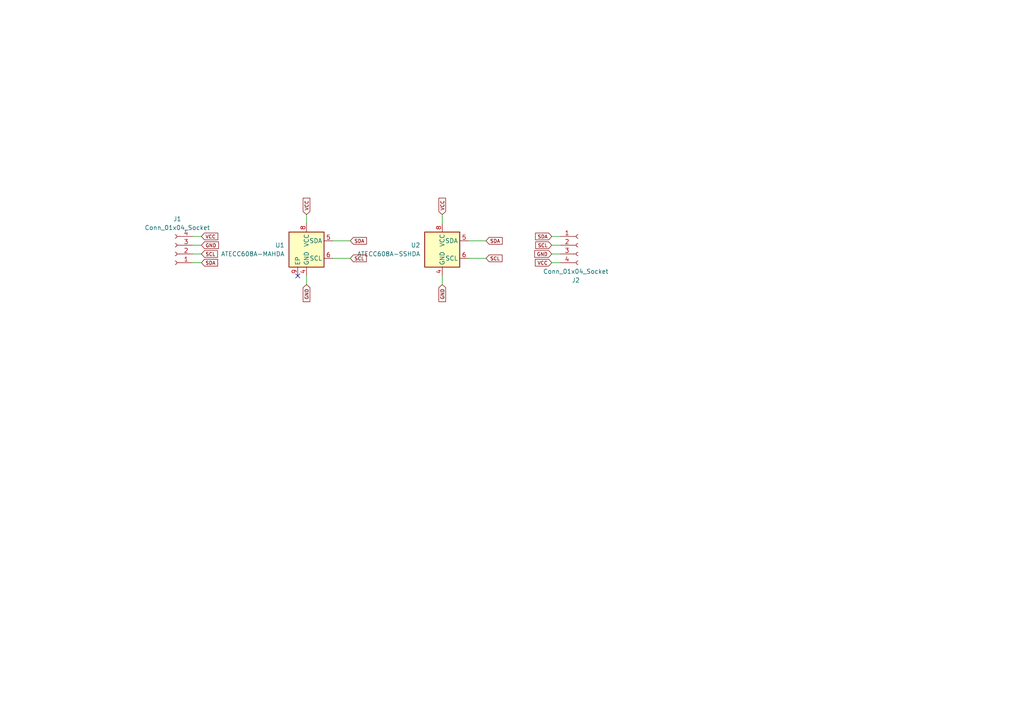
<source format=kicad_sch>
(kicad_sch (version 20230121) (generator eeschema)
  (paper "A4")
  (lib_symbols
    (symbol "Connector:Conn_01x04_Socket" (pin_names (offset 1.016) hide)
      (property "Reference" "J" (at 0 5.08 0))
      (property "Value" "Conn_01x04_Socket" (at 0 -7.62 0))
      (symbol "Conn_01x04_Socket_1_1"
        (arc (start 0 -4.572) (mid -0.5058 -5.08) (end 0 -5.588) (stroke (width 0.1524)))
        (arc (start 0 -2.032) (mid -0.5058 -2.54) (end 0 -3.048) (stroke (width 0.1524)))
        (polyline (pts (xy -1.27 -5.08) (xy -0.508 -5.08)) (stroke (width 0.1524)))
        (polyline (pts (xy -1.27 -2.54) (xy -0.508 -2.54)) (stroke (width 0.1524)))
        (polyline (pts (xy -1.27 0) (xy -0.508 0)) (stroke (width 0.1524)))
        (polyline (pts (xy -1.27 2.54) (xy -0.508 2.54)) (stroke (width 0.1524)))
        (arc (start 0 0.508) (mid -0.5058 0) (end 0 -0.508) (stroke (width 0.1524)))
        (arc (start 0 3.048) (mid -0.5058 2.54) (end 0 2.032) (stroke (width 0.1524)))
        (pin passive line (at -5.08 2.54 0) (length 3.81) (name "Pin_1") (number "1"))
        (pin passive line (at -5.08 0 0) (length 3.81) (name "Pin_2") (number "2"))
        (pin passive line (at -5.08 -2.54 0) (length 3.81) (name "Pin_3") (number "3"))
        (pin passive line (at -5.08 -5.08 0) (length 3.81) (name "Pin_4") (number "4"))
      )
    )
    (symbol "Security:ATECC608A-MAHDA"
      (property "Reference" "U" (at 3.81 6.35 0))
      (property "Value" "ATECC608A-MAHDA" (at 10.16 -6.35 0))
      (symbol "ATECC608A-MAHDA_0_1"
        (rectangle (start -5.08 5.08) (end 5.08 -5.08) (stroke (width 0.254)) (fill (type background)))
      )
      (symbol "ATECC608A-MAHDA_1_1"
        (pin no_connect line (at -5.08 2.54 0) (length 2.54) hide (name "NC") (number "1"))
        (pin no_connect line (at -5.08 0 0) (length 2.54) hide (name "NC") (number "2"))
        (pin no_connect line (at -5.08 -2.54 0) (length 2.54) hide (name "NC") (number "3"))
        (pin power_in line (at 0 -7.62 90) (length 2.54) (name "GND") (number "4"))
        (pin bidirectional line (at 7.62 2.54 180) (length 2.54) (name "SDA") (number "5"))
        (pin input line (at 7.62 -2.54 180) (length 2.54) (name "SCL") (number "6"))
        (pin no_connect line (at 5.08 0 180) (length 2.54) hide (name "NC") (number "7"))
        (pin power_in line (at 0 7.62 270) (length 2.54) (name "VCC") (number "8"))
        (pin input line (at -2.54 -7.62 90) (length 2.54) (name "EP") (number "9"))
      )
    )
    (symbol "Security:ATECC608A-SSHDA"
      (property "Reference" "U" (at 3.81 6.35 0))
      (property "Value" "ATECC608A-SSHDA" (at 10.16 -6.35 0))
      (symbol "ATECC608A-SSHDA_0_1"
        (rectangle (start -5.08 5.08) (end 5.08 -5.08) (stroke (width 0.254)) (fill (type background)))
      )
      (symbol "ATECC608A-SSHDA_1_1"
        (pin no_connect line (at -5.08 2.54 0) (length 2.54) hide (name "NC") (number "1"))
        (pin no_connect line (at -5.08 0 0) (length 2.54) hide (name "NC") (number "2"))
        (pin no_connect line (at -5.08 -2.54 0) (length 2.54) hide (name "NC") (number "3"))
        (pin power_in line (at 0 -7.62 90) (length 2.54) (name "GND") (number "4"))
        (pin bidirectional line (at 7.62 2.54 180) (length 2.54) (name "SDA") (number "5"))
        (pin input line (at 7.62 -2.54 180) (length 2.54) (name "SCL") (number "6"))
        (pin no_connect line (at 5.08 0 180) (length 2.54) hide (name "NC") (number "7"))
        (pin power_in line (at 0 7.62 270) (length 2.54) (name "VCC") (number "8"))
      )
    )
  )
  (no_connect (at 86.36 80.01))
  (wire (pts (xy 88.9 80.01) (xy 88.9 82.55)))
  (wire (pts (xy 135.89 74.93) (xy 140.97 74.93)))
  (wire (pts (xy 96.52 69.85) (xy 101.6 69.85)))
  (wire (pts (xy 135.89 69.85) (xy 140.97 69.85)))
  (wire (pts (xy 162.56 73.66) (xy 160.02 73.66)))
  (wire (pts (xy 55.88 71.12) (xy 58.42 71.12)))
  (wire (pts (xy 55.88 76.2) (xy 58.42 76.2)))
  (wire (pts (xy 162.56 68.58) (xy 160.02 68.58)))
  (wire (pts (xy 128.27 62.23) (xy 128.27 64.77)))
  (wire (pts (xy 128.27 80.01) (xy 128.27 82.55)))
  (wire (pts (xy 55.88 73.66) (xy 58.42 73.66)))
  (wire (pts (xy 162.56 71.12) (xy 160.02 71.12)))
  (wire (pts (xy 96.52 74.93) (xy 101.6 74.93)))
  (wire (pts (xy 88.9 62.23) (xy 88.9 64.77)))
  (wire (pts (xy 55.88 68.58) (xy 58.42 68.58)))
  (wire (pts (xy 162.56 76.2) (xy 160.02 76.2)))
  (global_label "VCC" (shape input) (at 128.27 62.23 90) (effects (font (size 1 1))) (property "Intersheetrefs" "${INTERSHEET_REFS}" (effects hide)))
  (global_label "GND" (shape input) (at 58.42 71.12 0) (effects (font (size 1 1))) (property "Intersheetrefs" "${INTERSHEET_REFS}" (effects hide)))
  (global_label "SCL" (shape input) (at 140.97 74.93 0) (effects (font (size 1 1))) (property "Intersheetrefs" "${INTERSHEET_REFS}" (effects hide)))
  (global_label "VCC" (shape input) (at 160.02 76.2 180) (effects (font (size 1 1))) (property "Intersheetrefs" "${INTERSHEET_REFS}" (effects hide)))
  (global_label "VCC" (shape input) (at 88.9 62.23 90) (effects (font (size 1 1))) (property "Intersheetrefs" "${INTERSHEET_REFS}" (effects hide)))
  (global_label "SCL" (shape input) (at 101.6 74.93 0) (effects (font (size 1 1))) (property "Intersheetrefs" "${INTERSHEET_REFS}" (effects hide)))
  (global_label "SCL" (shape input) (at 160.02 71.12 180) (effects (font (size 1 1))) (property "Intersheetrefs" "${INTERSHEET_REFS}" (effects hide)))
  (global_label "SDA" (shape input) (at 140.97 69.85 0) (effects (font (size 1 1))) (property "Intersheetrefs" "${INTERSHEET_REFS}" (effects hide)))
  (global_label "SDA" (shape input) (at 160.02 68.58 180) (effects (font (size 1 1))) (property "Intersheetrefs" "${INTERSHEET_REFS}" (effects hide)))
  (global_label "GND" (shape input) (at 128.27 82.55 270) (effects (font (size 1 1))) (property "Intersheetrefs" "${INTERSHEET_REFS}" (effects hide)))
  (global_label "VCC" (shape input) (at 58.42 68.58 0) (effects (font (size 1 1))) (property "Intersheetrefs" "${INTERSHEET_REFS}" (effects hide)))
  (global_label "GND" (shape input) (at 160.02 73.66 180) (effects (font (size 1 1))) (property "Intersheetrefs" "${INTERSHEET_REFS}" (effects hide)))
  (global_label "SDA" (shape input) (at 101.6 69.85 0) (effects (font (size 1 1))) (property "Intersheetrefs" "${INTERSHEET_REFS}" (effects hide)))
  (global_label "GND" (shape input) (at 88.9 82.55 270) (effects (font (size 1 1))) (property "Intersheetrefs" "${INTERSHEET_REFS}" (effects hide)))
  (global_label "SDA" (shape input) (at 58.42 76.2 0) (effects (font (size 1 1))) (property "Intersheetrefs" "${INTERSHEET_REFS}" (effects hide)))
  (global_label "SCL" (shape input) (at 58.42 73.66 0) (effects (font (size 1 1))) (property "Intersheetrefs" "${INTERSHEET_REFS}" (effects hide)))
  (symbol (lib_id "Security:ATECC608A-SSHDA") (at 128.27 72.39 0) (unit 1)
    (property "Reference" "U2" (at 121.92 71.12 0) (effects (justify right)))
    (property "Value" "ATECC608A-SSHDA" (at 121.92 73.66 0) (effects (justify right)))
    (property "Footprint" "Package_SO:SOIC-8_3.9x4.9mm_P1.27mm" (effects hide))
    (property "Datasheet" "http://ww1.microchip.com/downloads/en/DeviceDoc/ATECC608A-CryptoAuthentication-Device-Summary-Data-Sheet-DS40001977B.pdf" (effects hide))
  )
  (symbol (lib_id "Security:ATECC608A-MAHDA") (at 88.9 72.39 0) (unit 1)
    (property "Reference" "U1" (at 82.55 71.12 0) (effects (justify right)))
    (property "Value" "ATECC608A-MAHDA" (at 82.55 73.66 0) (effects (justify right)))
    (property "Footprint" "Package_DFN_QFN:DFN-8-1EP_3x2mm_P0.5mm_EP1.3x1.5mm" (effects hide))
    (property "Datasheet" "http://ww1.microchip.com/downloads/en/DeviceDoc/ATECC608A-CryptoAuthentication-Device-Summary-Data-Sheet-DS40001977B.pdf" (effects hide))
  )
  (symbol (lib_id "Connector:Conn_01x04_Socket") (at 50.8 73.66 180) (unit 1)
    (property "Reference" "J1" (at 51.435 63.5 0))
    (property "Value" "Conn_01x04_Socket" (at 51.435 66.04 0))
    (property "Footprint" "Connector_PinHeader_2.54mm:PinHeader_1x04_P2.54mm_Vertical" (effects hide))
  )
  (symbol (lib_id "Connector:Conn_01x04_Socket") (at 167.64 71.12 0) (unit 1)
    (property "Reference" "J2" (at 167.005 81.28 0))
    (property "Value" "Conn_01x04_Socket" (at 167.005 78.74 0))
    (property "Footprint" "Connector_PinHeader_2.54mm:PinHeader_1x04_P2.54mm_Vertical" (effects hide))
  )
)
</source>
